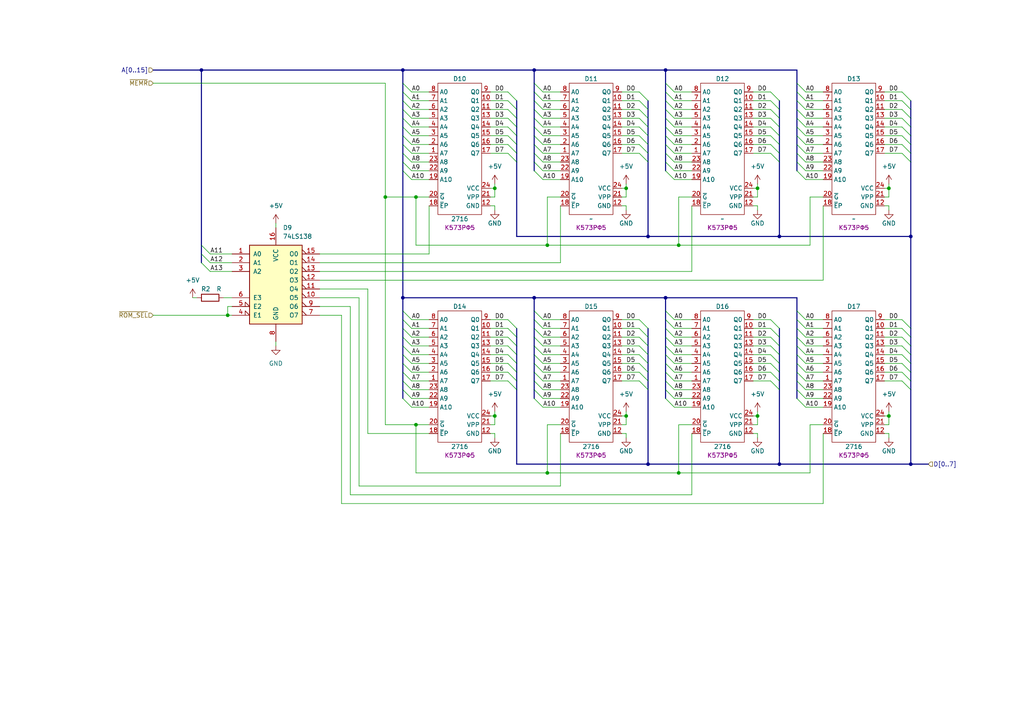
<source format=kicad_sch>
(kicad_sch (version 20211123) (generator eeschema)
  (paper "A4")
  (lib_symbols
    (symbol "74xx:74LS138" (pin_names (offset 1.016))
      (property "Reference" "U" (at -7.62 11.43 0))
      (property "Value" "74LS138" (at -7.62 -13.97 0))
      (symbol "74LS138_1_0"
        (pin input line (at -12.7 7.62 0) (length 5.08) (name "A0") (number "1"))
        (pin output output_low (at 12.7 -5.08 180) (length 5.08) (name "O5") (number "10"))
        (pin output output_low (at 12.7 -2.54 180) (length 5.08) (name "O4") (number "11"))
        (pin output output_low (at 12.7 0 180) (length 5.08) (name "O3") (number "12"))
        (pin output output_low (at 12.7 2.54 180) (length 5.08) (name "O2") (number "13"))
        (pin output output_low (at 12.7 5.08 180) (length 5.08) (name "O1") (number "14"))
        (pin output output_low (at 12.7 7.62 180) (length 5.08) (name "O0") (number "15"))
        (pin power_in line (at 0 15.24 270) (length 5.08) (name "VCC") (number "16"))
        (pin input line (at -12.7 5.08 0) (length 5.08) (name "A1") (number "2"))
        (pin input line (at -12.7 2.54 0) (length 5.08) (name "A2") (number "3"))
        (pin input input_low (at -12.7 -10.16 0) (length 5.08) (name "E1") (number "4"))
        (pin input input_low (at -12.7 -7.62 0) (length 5.08) (name "E2") (number "5"))
        (pin input line (at -12.7 -5.08 0) (length 5.08) (name "E3") (number "6"))
        (pin output output_low (at 12.7 -10.16 180) (length 5.08) (name "O7") (number "7"))
        (pin power_in line (at 0 -17.78 90) (length 5.08) (name "GND") (number "8"))
        (pin output output_low (at 12.7 -7.62 180) (length 5.08) (name "O6") (number "9"))
      )
      (symbol "74LS138_1_1"
        (rectangle (start -7.62 10.16) (end 7.62 -12.7) (stroke (width 0.254)) (fill (type background)))
      )
    )
    (symbol "Device:R" (pin_numbers hide) (pin_names (offset 0))
      (property "Reference" "R" (at 2.032 0 90))
      (property "Value" "R" (at 0 0 90))
      (symbol "R_0_1"
        (rectangle (start -1.016 -2.54) (end 1.016 2.54) (stroke (width 0.254)))
      )
      (symbol "R_1_1"
        (pin passive line (at 0 3.81 270) (length 1.27) (name "~") (number "1"))
        (pin passive line (at 0 -3.81 90) (length 1.27) (name "~") (number "2"))
      )
    )
    (symbol "intel8080:2716"
      (property "Reference" "U" (at 6.35 1.27 0))
      (property "Value" "2716" (at 6.35 -39.37 0))
      (symbol "2716_0_1"
        (rectangle (start 0 0) (end 12.7 -38.1))
      )
      (symbol "2716_1_1"
        (pin input line (at -2.54 -20.32 0) (length 2.54) (name "A7") (number "1"))
        (pin output line (at 15.24 -5.08 180) (length 2.54) (name "Q1") (number "10"))
        (pin output line (at 15.24 -7.62 180) (length 2.54) (name "Q2") (number "11"))
        (pin power_out line (at 15.24 -35.56 180) (length 2.54) (name "GND") (number "12"))
        (pin output line (at 15.24 -10.16 180) (length 2.54) (name "Q3") (number "13"))
        (pin output line (at 15.24 -12.7 180) (length 2.54) (name "Q4") (number "14"))
        (pin output line (at 15.24 -15.24 180) (length 2.54) (name "Q5") (number "15"))
        (pin output line (at 15.24 -17.78 180) (length 2.54) (name "Q6") (number "16"))
        (pin output line (at 15.24 -20.32 180) (length 2.54) (name "Q7") (number "17"))
        (pin input line (at -2.54 -35.56 0) (length 2.54) (name "~{E}P") (number "18"))
        (pin input line (at -2.54 -27.94 0) (length 2.54) (name "A10") (number "19"))
        (pin input line (at -2.54 -17.78 0) (length 2.54) (name "A6") (number "2"))
        (pin input line (at -2.54 -33.02 0) (length 2.54) (name "~{G}") (number "20"))
        (pin power_out line (at 15.24 -33.02 180) (length 2.54) (name "VPP") (number "21"))
        (pin input line (at -2.54 -25.4 0) (length 2.54) (name "A9") (number "22"))
        (pin input line (at -2.54 -22.86 0) (length 2.54) (name "A8") (number "23"))
        (pin power_out line (at 15.24 -30.48 180) (length 2.54) (name "VCC") (number "24"))
        (pin input line (at -2.54 -15.24 0) (length 2.54) (name "A5") (number "3"))
        (pin input line (at -2.54 -12.7 0) (length 2.54) (name "A4") (number "4"))
        (pin input line (at -2.54 -10.16 0) (length 2.54) (name "A3") (number "5"))
        (pin input line (at -2.54 -7.62 0) (length 2.54) (name "A2") (number "6"))
        (pin input line (at -2.54 -5.08 0) (length 2.54) (name "A1") (number "7"))
        (pin input line (at -2.54 -2.54 0) (length 2.54) (name "A0") (number "8"))
        (pin output line (at 15.24 -2.54 180) (length 2.54) (name "Q0") (number "9"))
      )
    )
    (symbol "power:+5V" (power) (pin_names (offset 0))
      (property "Value" "+5V" (at 0 3.556 0))
      (symbol "+5V_0_1"
        (polyline (pts (xy -0.762 1.27) (xy 0 2.54)))
        (polyline (pts (xy 0 0) (xy 0 2.54)))
        (polyline (pts (xy 0 2.54) (xy 0.762 1.27)))
      )
      (symbol "+5V_1_1"
        (pin power_in line (at 0 0 90) (length 0) hide (name "+5V") (number "1"))
      )
    )
    (symbol "power:GND" (power) (pin_names (offset 0))
      (property "Value" "GND" (at 0 -3.81 0))
      (symbol "GND_0_1"
        (polyline (pts (xy 0 0) (xy 0 -1.27) (xy 1.27 -1.27) (xy 0 -2.54) (xy -1.27 -1.27) (xy 0 -1.27)))
      )
      (symbol "GND_1_1"
        (pin power_in line (at 0 0 270) (length 0) hide (name "GND") (number "1"))
      )
    )
  )
  (junction (at 181.61 120.65))
  (junction (at 66.04 91.44))
  (junction (at 158.75 71.12))
  (junction (at 257.81 54.61))
  (junction (at 181.61 54.61))
  (junction (at 111.76 57.15))
  (junction (at 143.51 54.61))
  (junction (at 226.06 134.62))
  (junction (at 193.04 86.36))
  (junction (at 154.94 86.36))
  (junction (at 58.42 20.32))
  (junction (at 219.71 120.65))
  (junction (at 196.85 137.16))
  (junction (at 187.96 134.62))
  (junction (at 219.71 54.61))
  (junction (at 116.84 20.32))
  (junction (at 187.96 68.58))
  (junction (at 264.16 68.58))
  (junction (at 120.65 57.15))
  (junction (at 116.84 86.36))
  (junction (at 120.65 123.19))
  (junction (at 193.04 20.32))
  (junction (at 226.06 68.58))
  (junction (at 143.51 120.65))
  (junction (at 158.75 137.16))
  (junction (at 257.81 120.65))
  (junction (at 264.16 134.62))
  (junction (at 196.85 71.12))
  (junction (at 154.94 20.32))
  (bus_entry (at 185.42 95.25) (size 2.54 2.54))
  (bus_entry (at 116.84 97.79) (size 2.54 2.54))
  (bus_entry (at 231.14 29.21) (size 2.54 2.54))
  (bus_entry (at 193.04 95.25) (size 2.54 2.54))
  (bus_entry (at 231.14 46.99) (size 2.54 2.54))
  (bus_entry (at 193.04 49.53) (size 2.54 2.54))
  (bus_entry (at 147.32 44.45) (size 2.54 2.54))
  (bus_entry (at 147.32 41.91) (size 2.54 2.54))
  (bus_entry (at 147.32 36.83) (size 2.54 2.54))
  (bus_entry (at 147.32 34.29) (size 2.54 2.54))
  (bus_entry (at 147.32 39.37) (size 2.54 2.54))
  (bus_entry (at 147.32 29.21) (size 2.54 2.54))
  (bus_entry (at 147.32 31.75) (size 2.54 2.54))
  (bus_entry (at 147.32 26.67) (size 2.54 2.54))
  (bus_entry (at 223.52 105.41) (size 2.54 2.54))
  (bus_entry (at 231.14 95.25) (size 2.54 2.54))
  (bus_entry (at 231.14 41.91) (size 2.54 2.54))
  (bus_entry (at 231.14 44.45) (size 2.54 2.54))
  (bus_entry (at 185.42 44.45) (size 2.54 2.54))
  (bus_entry (at 116.84 31.75) (size 2.54 2.54))
  (bus_entry (at 193.04 113.03) (size 2.54 2.54))
  (bus_entry (at 261.62 39.37) (size 2.54 2.54))
  (bus_entry (at 154.94 107.95) (size 2.54 2.54))
  (bus_entry (at 223.52 92.71) (size 2.54 2.54))
  (bus_entry (at 231.14 115.57) (size 2.54 2.54))
  (bus_entry (at 116.84 44.45) (size 2.54 2.54))
  (bus_entry (at 147.32 105.41) (size 2.54 2.54))
  (bus_entry (at 147.32 100.33) (size 2.54 2.54))
  (bus_entry (at 223.52 36.83) (size 2.54 2.54))
  (bus_entry (at 231.14 24.13) (size 2.54 2.54))
  (bus_entry (at 185.42 110.49) (size 2.54 2.54))
  (bus_entry (at 223.52 26.67) (size 2.54 2.54))
  (bus_entry (at 193.04 31.75) (size 2.54 2.54))
  (bus_entry (at 154.94 24.13) (size 2.54 2.54))
  (bus_entry (at 231.14 49.53) (size 2.54 2.54))
  (bus_entry (at 116.84 113.03) (size 2.54 2.54))
  (bus_entry (at 154.94 31.75) (size 2.54 2.54))
  (bus_entry (at 116.84 102.87) (size 2.54 2.54))
  (bus_entry (at 154.94 110.49) (size 2.54 2.54))
  (bus_entry (at 231.14 92.71) (size 2.54 2.54))
  (bus_entry (at 154.94 95.25) (size 2.54 2.54))
  (bus_entry (at 261.62 97.79) (size 2.54 2.54))
  (bus_entry (at 193.04 92.71) (size 2.54 2.54))
  (bus_entry (at 154.94 113.03) (size 2.54 2.54))
  (bus_entry (at 193.04 100.33) (size 2.54 2.54))
  (bus_entry (at 223.52 102.87) (size 2.54 2.54))
  (bus_entry (at 185.42 36.83) (size 2.54 2.54))
  (bus_entry (at 223.52 44.45) (size 2.54 2.54))
  (bus_entry (at 261.62 102.87) (size 2.54 2.54))
  (bus_entry (at 231.14 113.03) (size 2.54 2.54))
  (bus_entry (at 193.04 115.57) (size 2.54 2.54))
  (bus_entry (at 193.04 90.17) (size 2.54 2.54))
  (bus_entry (at 116.84 115.57) (size 2.54 2.54))
  (bus_entry (at 154.94 29.21) (size 2.54 2.54))
  (bus_entry (at 223.52 39.37) (size 2.54 2.54))
  (bus_entry (at 193.04 41.91) (size 2.54 2.54))
  (bus_entry (at 154.94 115.57) (size 2.54 2.54))
  (bus_entry (at 154.94 36.83) (size 2.54 2.54))
  (bus_entry (at 116.84 46.99) (size 2.54 2.54))
  (bus_entry (at 193.04 44.45) (size 2.54 2.54))
  (bus_entry (at 193.04 26.67) (size 2.54 2.54))
  (bus_entry (at 231.14 31.75) (size 2.54 2.54))
  (bus_entry (at 185.42 107.95) (size 2.54 2.54))
  (bus_entry (at 261.62 100.33) (size 2.54 2.54))
  (bus_entry (at 116.84 26.67) (size 2.54 2.54))
  (bus_entry (at 193.04 105.41) (size 2.54 2.54))
  (bus_entry (at 154.94 105.41) (size 2.54 2.54))
  (bus_entry (at 223.52 107.95) (size 2.54 2.54))
  (bus_entry (at 116.84 90.17) (size 2.54 2.54))
  (bus_entry (at 185.42 92.71) (size 2.54 2.54))
  (bus_entry (at 185.42 97.79) (size 2.54 2.54))
  (bus_entry (at 261.62 26.67) (size 2.54 2.54))
  (bus_entry (at 154.94 97.79) (size 2.54 2.54))
  (bus_entry (at 261.62 29.21) (size 2.54 2.54))
  (bus_entry (at 154.94 90.17) (size 2.54 2.54))
  (bus_entry (at 231.14 107.95) (size 2.54 2.54))
  (bus_entry (at 231.14 102.87) (size 2.54 2.54))
  (bus_entry (at 154.94 49.53) (size 2.54 2.54))
  (bus_entry (at 116.84 110.49) (size 2.54 2.54))
  (bus_entry (at 154.94 41.91) (size 2.54 2.54))
  (bus_entry (at 231.14 110.49) (size 2.54 2.54))
  (bus_entry (at 261.62 36.83) (size 2.54 2.54))
  (bus_entry (at 116.84 49.53) (size 2.54 2.54))
  (bus_entry (at 193.04 34.29) (size 2.54 2.54))
  (bus_entry (at 147.32 92.71) (size 2.54 2.54))
  (bus_entry (at 261.62 95.25) (size 2.54 2.54))
  (bus_entry (at 231.14 39.37) (size 2.54 2.54))
  (bus_entry (at 231.14 90.17) (size 2.54 2.54))
  (bus_entry (at 223.52 95.25) (size 2.54 2.54))
  (bus_entry (at 116.84 107.95) (size 2.54 2.54))
  (bus_entry (at 261.62 105.41) (size 2.54 2.54))
  (bus_entry (at 116.84 39.37) (size 2.54 2.54))
  (bus_entry (at 185.42 39.37) (size 2.54 2.54))
  (bus_entry (at 231.14 36.83) (size 2.54 2.54))
  (bus_entry (at 231.14 97.79) (size 2.54 2.54))
  (bus_entry (at 261.62 92.71) (size 2.54 2.54))
  (bus_entry (at 116.84 92.71) (size 2.54 2.54))
  (bus_entry (at 116.84 36.83) (size 2.54 2.54))
  (bus_entry (at 185.42 29.21) (size 2.54 2.54))
  (bus_entry (at 193.04 107.95) (size 2.54 2.54))
  (bus_entry (at 116.84 41.91) (size 2.54 2.54))
  (bus_entry (at 185.42 41.91) (size 2.54 2.54))
  (bus_entry (at 193.04 39.37) (size 2.54 2.54))
  (bus_entry (at 116.84 100.33) (size 2.54 2.54))
  (bus_entry (at 261.62 31.75) (size 2.54 2.54))
  (bus_entry (at 223.52 100.33) (size 2.54 2.54))
  (bus_entry (at 231.14 26.67) (size 2.54 2.54))
  (bus_entry (at 261.62 34.29) (size 2.54 2.54))
  (bus_entry (at 154.94 102.87) (size 2.54 2.54))
  (bus_entry (at 147.32 102.87) (size 2.54 2.54))
  (bus_entry (at 193.04 110.49) (size 2.54 2.54))
  (bus_entry (at 223.52 29.21) (size 2.54 2.54))
  (bus_entry (at 223.52 41.91) (size 2.54 2.54))
  (bus_entry (at 147.32 97.79) (size 2.54 2.54))
  (bus_entry (at 193.04 36.83) (size 2.54 2.54))
  (bus_entry (at 116.84 29.21) (size 2.54 2.54))
  (bus_entry (at 154.94 46.99) (size 2.54 2.54))
  (bus_entry (at 231.14 100.33) (size 2.54 2.54))
  (bus_entry (at 116.84 95.25) (size 2.54 2.54))
  (bus_entry (at 185.42 31.75) (size 2.54 2.54))
  (bus_entry (at 231.14 34.29) (size 2.54 2.54))
  (bus_entry (at 193.04 29.21) (size 2.54 2.54))
  (bus_entry (at 185.42 102.87) (size 2.54 2.54))
  (bus_entry (at 193.04 97.79) (size 2.54 2.54))
  (bus_entry (at 154.94 100.33) (size 2.54 2.54))
  (bus_entry (at 193.04 24.13) (size 2.54 2.54))
  (bus_entry (at 116.84 105.41) (size 2.54 2.54))
  (bus_entry (at 193.04 46.99) (size 2.54 2.54))
  (bus_entry (at 147.32 95.25) (size 2.54 2.54))
  (bus_entry (at 116.84 24.13) (size 2.54 2.54))
  (bus_entry (at 261.62 41.91) (size 2.54 2.54))
  (bus_entry (at 185.42 100.33) (size 2.54 2.54))
  (bus_entry (at 223.52 31.75) (size 2.54 2.54))
  (bus_entry (at 185.42 105.41) (size 2.54 2.54))
  (bus_entry (at 261.62 107.95) (size 2.54 2.54))
  (bus_entry (at 193.04 102.87) (size 2.54 2.54))
  (bus_entry (at 231.14 105.41) (size 2.54 2.54))
  (bus_entry (at 154.94 34.29) (size 2.54 2.54))
  (bus_entry (at 147.32 110.49) (size 2.54 2.54))
  (bus_entry (at 154.94 44.45) (size 2.54 2.54))
  (bus_entry (at 223.52 34.29) (size 2.54 2.54))
  (bus_entry (at 147.32 107.95) (size 2.54 2.54))
  (bus_entry (at 185.42 34.29) (size 2.54 2.54))
  (bus_entry (at 58.42 73.66) (size 2.54 2.54))
  (bus_entry (at 58.42 76.2) (size 2.54 2.54))
  (bus_entry (at 58.42 71.12) (size 2.54 2.54))
  (bus_entry (at 116.84 34.29) (size 2.54 2.54))
  (bus_entry (at 154.94 39.37) (size 2.54 2.54))
  (bus_entry (at 223.52 97.79) (size 2.54 2.54))
  (bus_entry (at 223.52 110.49) (size 2.54 2.54))
  (bus_entry (at 154.94 26.67) (size 2.54 2.54))
  (bus_entry (at 185.42 26.67) (size 2.54 2.54))
  (bus_entry (at 261.62 110.49) (size 2.54 2.54))
  (bus_entry (at 261.62 44.45) (size 2.54 2.54))
  (bus_entry (at 154.94 92.71) (size 2.54 2.54))
  (wire (pts (xy 119.38 97.79) (xy 124.46 97.79)))
  (bus (pts (xy 193.04 36.83) (xy 193.04 39.37)))
  (bus (pts (xy 187.96 29.21) (xy 187.96 31.75)))
  (wire (pts (xy 195.58 113.03) (xy 200.66 113.03)))
  (bus (pts (xy 154.94 20.32) (xy 154.94 24.13)))
  (wire (pts (xy 181.61 57.15) (xy 181.61 54.61)))
  (bus (pts (xy 149.86 36.83) (xy 149.86 39.37)))
  (wire (pts (xy 60.96 76.2) (xy 67.31 76.2)))
  (bus (pts (xy 264.16 102.87) (xy 264.16 105.41)))
  (bus (pts (xy 226.06 113.03) (xy 226.06 134.62)))
  (wire (pts (xy 157.48 26.67) (xy 162.56 26.67)))
  (bus (pts (xy 44.45 20.32) (xy 58.42 20.32)))
  (wire (pts (xy 234.95 57.15) (xy 234.95 71.12)))
  (wire (pts (xy 157.48 39.37) (xy 162.56 39.37)))
  (wire (pts (xy 218.44 95.25) (xy 223.52 95.25)))
  (bus (pts (xy 193.04 102.87) (xy 193.04 105.41)))
  (wire (pts (xy 157.48 31.75) (xy 162.56 31.75)))
  (wire (pts (xy 180.34 41.91) (xy 185.42 41.91)))
  (wire (pts (xy 218.44 57.15) (xy 219.71 57.15)))
  (wire (pts (xy 60.96 73.66) (xy 67.31 73.66)))
  (bus (pts (xy 116.84 86.36) (xy 116.84 90.17)))
  (bus (pts (xy 193.04 20.32) (xy 231.14 20.32)))
  (bus (pts (xy 116.84 36.83) (xy 116.84 39.37)))
  (wire (pts (xy 180.34 34.29) (xy 185.42 34.29)))
  (bus (pts (xy 116.84 110.49) (xy 116.84 113.03)))
  (wire (pts (xy 233.68 31.75) (xy 238.76 31.75)))
  (wire (pts (xy 157.48 105.41) (xy 162.56 105.41)))
  (bus (pts (xy 187.96 107.95) (xy 187.96 110.49)))
  (bus (pts (xy 154.94 102.87) (xy 154.94 105.41)))
  (bus (pts (xy 226.06 31.75) (xy 226.06 34.29)))
  (bus (pts (xy 187.96 102.87) (xy 187.96 105.41)))
  (wire (pts (xy 218.44 123.19) (xy 219.71 123.19)))
  (bus (pts (xy 193.04 41.91) (xy 193.04 44.45)))
  (wire (pts (xy 257.81 54.61) (xy 257.81 53.34)))
  (wire (pts (xy 200.66 125.73) (xy 200.66 143.51)))
  (wire (pts (xy 162.56 57.15) (xy 158.75 57.15)))
  (wire (pts (xy 180.34 57.15) (xy 181.61 57.15)))
  (bus (pts (xy 193.04 97.79) (xy 193.04 100.33)))
  (wire (pts (xy 233.68 107.95) (xy 238.76 107.95)))
  (wire (pts (xy 142.24 39.37) (xy 147.32 39.37)))
  (bus (pts (xy 193.04 90.17) (xy 193.04 92.71)))
  (wire (pts (xy 195.58 46.99) (xy 200.66 46.99)))
  (bus (pts (xy 187.96 100.33) (xy 187.96 102.87)))
  (wire (pts (xy 195.58 92.71) (xy 200.66 92.71)))
  (bus (pts (xy 231.14 20.32) (xy 231.14 24.13)))
  (wire (pts (xy 256.54 120.65) (xy 257.81 120.65)))
  (wire (pts (xy 195.58 26.67) (xy 200.66 26.67)))
  (wire (pts (xy 257.81 120.65) (xy 257.81 119.38)))
  (bus (pts (xy 187.96 97.79) (xy 187.96 100.33)))
  (bus (pts (xy 116.84 29.21) (xy 116.84 31.75)))
  (wire (pts (xy 180.34 31.75) (xy 185.42 31.75)))
  (wire (pts (xy 257.81 123.19) (xy 257.81 120.65)))
  (bus (pts (xy 226.06 41.91) (xy 226.06 44.45)))
  (wire (pts (xy 157.48 41.91) (xy 162.56 41.91)))
  (bus (pts (xy 149.86 39.37) (xy 149.86 41.91)))
  (wire (pts (xy 120.65 57.15) (xy 124.46 57.15)))
  (bus (pts (xy 149.86 95.25) (xy 149.86 97.79)))
  (bus (pts (xy 116.84 24.13) (xy 116.84 26.67)))
  (wire (pts (xy 233.68 34.29) (xy 238.76 34.29)))
  (bus (pts (xy 193.04 113.03) (xy 193.04 115.57)))
  (wire (pts (xy 180.34 120.65) (xy 181.61 120.65)))
  (wire (pts (xy 143.51 59.69) (xy 142.24 59.69)))
  (bus (pts (xy 154.94 110.49) (xy 154.94 113.03)))
  (wire (pts (xy 218.44 36.83) (xy 223.52 36.83)))
  (bus (pts (xy 149.86 44.45) (xy 149.86 46.99)))
  (bus (pts (xy 226.06 110.49) (xy 226.06 113.03)))
  (wire (pts (xy 157.48 49.53) (xy 162.56 49.53)))
  (bus (pts (xy 149.86 34.29) (xy 149.86 36.83)))
  (bus (pts (xy 187.96 41.91) (xy 187.96 44.45)))
  (wire (pts (xy 142.24 44.45) (xy 147.32 44.45)))
  (wire (pts (xy 200.66 57.15) (xy 196.85 57.15)))
  (bus (pts (xy 149.86 134.62) (xy 187.96 134.62)))
  (wire (pts (xy 142.24 105.41) (xy 147.32 105.41)))
  (bus (pts (xy 231.14 31.75) (xy 231.14 34.29)))
  (bus (pts (xy 116.84 113.03) (xy 116.84 115.57)))
  (wire (pts (xy 218.44 26.67) (xy 223.52 26.67)))
  (wire (pts (xy 233.68 95.25) (xy 238.76 95.25)))
  (bus (pts (xy 231.14 34.29) (xy 231.14 36.83)))
  (bus (pts (xy 116.84 31.75) (xy 116.84 34.29)))
  (wire (pts (xy 142.24 36.83) (xy 147.32 36.83)))
  (wire (pts (xy 143.51 125.73) (xy 142.24 125.73)))
  (bus (pts (xy 264.16 113.03) (xy 264.16 134.62)))
  (bus (pts (xy 116.84 92.71) (xy 116.84 95.25)))
  (wire (pts (xy 157.48 44.45) (xy 162.56 44.45)))
  (bus (pts (xy 149.86 113.03) (xy 149.86 134.62)))
  (bus (pts (xy 149.86 31.75) (xy 149.86 34.29)))
  (wire (pts (xy 142.24 54.61) (xy 143.51 54.61)))
  (wire (pts (xy 92.71 78.74) (xy 200.66 78.74)))
  (bus (pts (xy 193.04 29.21) (xy 193.04 31.75)))
  (bus (pts (xy 187.96 36.83) (xy 187.96 39.37)))
  (bus (pts (xy 226.06 34.29) (xy 226.06 36.83)))
  (wire (pts (xy 180.34 95.25) (xy 185.42 95.25)))
  (wire (pts (xy 238.76 123.19) (xy 234.95 123.19)))
  (wire (pts (xy 92.71 83.82) (xy 106.68 83.82)))
  (bus (pts (xy 154.94 36.83) (xy 154.94 39.37)))
  (bus (pts (xy 149.86 105.41) (xy 149.86 107.95)))
  (wire (pts (xy 180.34 29.21) (xy 185.42 29.21)))
  (bus (pts (xy 193.04 110.49) (xy 193.04 113.03)))
  (wire (pts (xy 142.24 97.79) (xy 147.32 97.79)))
  (bus (pts (xy 231.14 44.45) (xy 231.14 46.99)))
  (wire (pts (xy 143.51 120.65) (xy 143.51 119.38)))
  (bus (pts (xy 231.14 46.99) (xy 231.14 49.53)))
  (wire (pts (xy 142.24 100.33) (xy 147.32 100.33)))
  (wire (pts (xy 181.61 127) (xy 181.61 125.73)))
  (bus (pts (xy 264.16 36.83) (xy 264.16 39.37)))
  (bus (pts (xy 264.16 29.21) (xy 264.16 31.75)))
  (bus (pts (xy 231.14 26.67) (xy 231.14 29.21)))
  (wire (pts (xy 256.54 100.33) (xy 261.62 100.33)))
  (wire (pts (xy 180.34 105.41) (xy 185.42 105.41)))
  (bus (pts (xy 231.14 41.91) (xy 231.14 44.45)))
  (wire (pts (xy 158.75 71.12) (xy 196.85 71.12)))
  (wire (pts (xy 66.04 91.44) (xy 67.31 91.44)))
  (wire (pts (xy 120.65 71.12) (xy 158.75 71.12)))
  (wire (pts (xy 119.38 115.57) (xy 124.46 115.57)))
  (wire (pts (xy 142.24 120.65) (xy 143.51 120.65)))
  (wire (pts (xy 142.24 123.19) (xy 143.51 123.19)))
  (wire (pts (xy 181.61 125.73) (xy 180.34 125.73)))
  (bus (pts (xy 187.96 68.58) (xy 226.06 68.58)))
  (wire (pts (xy 119.38 92.71) (xy 124.46 92.71)))
  (wire (pts (xy 219.71 57.15) (xy 219.71 54.61)))
  (bus (pts (xy 193.04 26.67) (xy 193.04 29.21)))
  (wire (pts (xy 218.44 110.49) (xy 223.52 110.49)))
  (bus (pts (xy 193.04 95.25) (xy 193.04 97.79)))
  (bus (pts (xy 58.42 71.12) (xy 58.42 73.66)))
  (wire (pts (xy 195.58 95.25) (xy 200.66 95.25)))
  (bus (pts (xy 231.14 107.95) (xy 231.14 110.49)))
  (wire (pts (xy 119.38 102.87) (xy 124.46 102.87)))
  (bus (pts (xy 187.96 46.99) (xy 187.96 68.58)))
  (wire (pts (xy 218.44 54.61) (xy 219.71 54.61)))
  (bus (pts (xy 149.86 100.33) (xy 149.86 102.87)))
  (wire (pts (xy 256.54 36.83) (xy 261.62 36.83)))
  (wire (pts (xy 195.58 36.83) (xy 200.66 36.83)))
  (wire (pts (xy 119.38 36.83) (xy 124.46 36.83)))
  (wire (pts (xy 162.56 140.97) (xy 104.14 140.97)))
  (bus (pts (xy 193.04 24.13) (xy 193.04 26.67)))
  (wire (pts (xy 257.81 60.96) (xy 257.81 59.69)))
  (wire (pts (xy 143.51 60.96) (xy 143.51 59.69)))
  (wire (pts (xy 119.38 95.25) (xy 124.46 95.25)))
  (bus (pts (xy 231.14 86.36) (xy 231.14 90.17)))
  (wire (pts (xy 119.38 118.11) (xy 124.46 118.11)))
  (bus (pts (xy 193.04 34.29) (xy 193.04 36.83)))
  (wire (pts (xy 180.34 107.95) (xy 185.42 107.95)))
  (wire (pts (xy 60.96 78.74) (xy 67.31 78.74)))
  (wire (pts (xy 233.68 39.37) (xy 238.76 39.37)))
  (bus (pts (xy 149.86 46.99) (xy 149.86 68.58)))
  (wire (pts (xy 195.58 39.37) (xy 200.66 39.37)))
  (wire (pts (xy 195.58 100.33) (xy 200.66 100.33)))
  (bus (pts (xy 231.14 100.33) (xy 231.14 102.87)))
  (bus (pts (xy 226.06 36.83) (xy 226.06 39.37)))
  (wire (pts (xy 233.68 29.21) (xy 238.76 29.21)))
  (wire (pts (xy 233.68 115.57) (xy 238.76 115.57)))
  (bus (pts (xy 226.06 100.33) (xy 226.06 102.87)))
  (bus (pts (xy 154.94 31.75) (xy 154.94 34.29)))
  (bus (pts (xy 264.16 41.91) (xy 264.16 44.45)))
  (wire (pts (xy 157.48 95.25) (xy 162.56 95.25)))
  (wire (pts (xy 195.58 49.53) (xy 200.66 49.53)))
  (bus (pts (xy 264.16 97.79) (xy 264.16 100.33)))
  (wire (pts (xy 106.68 125.73) (xy 124.46 125.73)))
  (wire (pts (xy 142.24 57.15) (xy 143.51 57.15)))
  (wire (pts (xy 99.06 91.44) (xy 92.71 91.44)))
  (wire (pts (xy 44.45 91.44) (xy 66.04 91.44)))
  (bus (pts (xy 264.16 34.29) (xy 264.16 36.83)))
  (wire (pts (xy 233.68 100.33) (xy 238.76 100.33)))
  (wire (pts (xy 181.61 54.61) (xy 181.61 53.34)))
  (bus (pts (xy 149.86 41.91) (xy 149.86 44.45)))
  (wire (pts (xy 218.44 120.65) (xy 219.71 120.65)))
  (wire (pts (xy 180.34 110.49) (xy 185.42 110.49)))
  (wire (pts (xy 106.68 83.82) (xy 106.68 125.73)))
  (bus (pts (xy 116.84 44.45) (xy 116.84 46.99)))
  (bus (pts (xy 264.16 68.58) (xy 264.16 95.25)))
  (wire (pts (xy 120.65 137.16) (xy 158.75 137.16)))
  (wire (pts (xy 92.71 73.66) (xy 124.46 73.66)))
  (wire (pts (xy 180.34 54.61) (xy 181.61 54.61)))
  (bus (pts (xy 193.04 20.32) (xy 193.04 24.13)))
  (wire (pts (xy 142.24 102.87) (xy 147.32 102.87)))
  (wire (pts (xy 256.54 39.37) (xy 261.62 39.37)))
  (wire (pts (xy 195.58 31.75) (xy 200.66 31.75)))
  (bus (pts (xy 264.16 110.49) (xy 264.16 113.03)))
  (wire (pts (xy 119.38 34.29) (xy 124.46 34.29)))
  (bus (pts (xy 231.14 102.87) (xy 231.14 105.41)))
  (bus (pts (xy 116.84 46.99) (xy 116.84 49.53)))
  (wire (pts (xy 157.48 52.07) (xy 162.56 52.07)))
  (wire (pts (xy 124.46 73.66) (xy 124.46 59.69)))
  (wire (pts (xy 196.85 57.15) (xy 196.85 71.12)))
  (wire (pts (xy 238.76 146.05) (xy 99.06 146.05)))
  (bus (pts (xy 116.84 39.37) (xy 116.84 41.91)))
  (wire (pts (xy 233.68 49.53) (xy 238.76 49.53)))
  (wire (pts (xy 256.54 54.61) (xy 257.81 54.61)))
  (wire (pts (xy 157.48 29.21) (xy 162.56 29.21)))
  (wire (pts (xy 195.58 107.95) (xy 200.66 107.95)))
  (wire (pts (xy 256.54 92.71) (xy 261.62 92.71)))
  (wire (pts (xy 195.58 34.29) (xy 200.66 34.29)))
  (wire (pts (xy 233.68 105.41) (xy 238.76 105.41)))
  (bus (pts (xy 226.06 29.21) (xy 226.06 31.75)))
  (wire (pts (xy 180.34 39.37) (xy 185.42 39.37)))
  (bus (pts (xy 193.04 39.37) (xy 193.04 41.91)))
  (wire (pts (xy 195.58 102.87) (xy 200.66 102.87)))
  (bus (pts (xy 149.86 97.79) (xy 149.86 100.33)))
  (bus (pts (xy 116.84 95.25) (xy 116.84 97.79)))
  (bus (pts (xy 231.14 36.83) (xy 231.14 39.37)))
  (wire (pts (xy 218.44 97.79) (xy 223.52 97.79)))
  (wire (pts (xy 219.71 127) (xy 219.71 125.73)))
  (bus (pts (xy 58.42 20.32) (xy 58.42 71.12)))
  (wire (pts (xy 157.48 113.03) (xy 162.56 113.03)))
  (wire (pts (xy 219.71 59.69) (xy 218.44 59.69)))
  (wire (pts (xy 233.68 46.99) (xy 238.76 46.99)))
  (wire (pts (xy 119.38 110.49) (xy 124.46 110.49)))
  (bus (pts (xy 193.04 86.36) (xy 231.14 86.36)))
  (wire (pts (xy 92.71 81.28) (xy 238.76 81.28)))
  (wire (pts (xy 195.58 41.91) (xy 200.66 41.91)))
  (bus (pts (xy 264.16 95.25) (xy 264.16 97.79)))
  (wire (pts (xy 120.65 123.19) (xy 111.76 123.19)))
  (bus (pts (xy 226.06 97.79) (xy 226.06 100.33)))
  (wire (pts (xy 180.34 44.45) (xy 185.42 44.45)))
  (wire (pts (xy 238.76 125.73) (xy 238.76 146.05)))
  (wire (pts (xy 157.48 100.33) (xy 162.56 100.33)))
  (wire (pts (xy 111.76 57.15) (xy 120.65 57.15)))
  (wire (pts (xy 158.75 137.16) (xy 158.75 123.19)))
  (wire (pts (xy 80.01 99.06) (xy 80.01 100.33)))
  (wire (pts (xy 218.44 107.95) (xy 223.52 107.95)))
  (bus (pts (xy 226.06 102.87) (xy 226.06 105.41)))
  (bus (pts (xy 231.14 97.79) (xy 231.14 100.33)))
  (wire (pts (xy 143.51 127) (xy 143.51 125.73)))
  (bus (pts (xy 154.94 86.36) (xy 154.94 90.17)))
  (wire (pts (xy 119.38 39.37) (xy 124.46 39.37)))
  (bus (pts (xy 154.94 95.25) (xy 154.94 97.79)))
  (bus (pts (xy 154.94 100.33) (xy 154.94 102.87)))
  (bus (pts (xy 193.04 44.45) (xy 193.04 46.99)))
  (bus (pts (xy 264.16 107.95) (xy 264.16 110.49)))
  (bus (pts (xy 187.96 113.03) (xy 187.96 134.62)))
  (wire (pts (xy 196.85 123.19) (xy 200.66 123.19)))
  (wire (pts (xy 257.81 59.69) (xy 256.54 59.69)))
  (bus (pts (xy 231.14 39.37) (xy 231.14 41.91)))
  (wire (pts (xy 80.01 64.77) (xy 80.01 66.04)))
  (wire (pts (xy 142.24 92.71) (xy 147.32 92.71)))
  (wire (pts (xy 120.65 57.15) (xy 120.65 71.12)))
  (wire (pts (xy 218.44 100.33) (xy 223.52 100.33)))
  (wire (pts (xy 234.95 123.19) (xy 234.95 137.16)))
  (wire (pts (xy 111.76 57.15) (xy 111.76 123.19)))
  (wire (pts (xy 196.85 71.12) (xy 234.95 71.12)))
  (bus (pts (xy 116.84 86.36) (xy 116.84 49.53)))
  (wire (pts (xy 119.38 31.75) (xy 124.46 31.75)))
  (wire (pts (xy 66.04 88.9) (xy 66.04 91.44)))
  (bus (pts (xy 154.94 107.95) (xy 154.94 110.49)))
  (bus (pts (xy 187.96 39.37) (xy 187.96 41.91)))
  (wire (pts (xy 195.58 44.45) (xy 200.66 44.45)))
  (bus (pts (xy 264.16 105.41) (xy 264.16 107.95)))
  (wire (pts (xy 195.58 97.79) (xy 200.66 97.79)))
  (wire (pts (xy 180.34 123.19) (xy 181.61 123.19)))
  (bus (pts (xy 231.14 24.13) (xy 231.14 26.67)))
  (bus (pts (xy 154.94 20.32) (xy 193.04 20.32)))
  (wire (pts (xy 157.48 102.87) (xy 162.56 102.87)))
  (wire (pts (xy 181.61 123.19) (xy 181.61 120.65)))
  (bus (pts (xy 231.14 95.25) (xy 231.14 97.79)))
  (bus (pts (xy 187.96 44.45) (xy 187.96 46.99)))
  (bus (pts (xy 231.14 105.41) (xy 231.14 107.95)))
  (bus (pts (xy 231.14 90.17) (xy 231.14 92.71)))
  (wire (pts (xy 219.71 125.73) (xy 218.44 125.73)))
  (wire (pts (xy 196.85 137.16) (xy 196.85 123.19)))
  (wire (pts (xy 157.48 115.57) (xy 162.56 115.57)))
  (bus (pts (xy 154.94 39.37) (xy 154.94 41.91)))
  (wire (pts (xy 55.88 86.36) (xy 57.15 86.36)))
  (bus (pts (xy 264.16 46.99) (xy 264.16 68.58)))
  (wire (pts (xy 142.24 107.95) (xy 147.32 107.95)))
  (wire (pts (xy 200.66 78.74) (xy 200.66 59.69)))
  (wire (pts (xy 233.68 44.45) (xy 238.76 44.45)))
  (wire (pts (xy 142.24 26.67) (xy 147.32 26.67)))
  (wire (pts (xy 195.58 52.07) (xy 200.66 52.07)))
  (wire (pts (xy 256.54 102.87) (xy 261.62 102.87)))
  (wire (pts (xy 219.71 54.61) (xy 219.71 53.34)))
  (wire (pts (xy 180.34 92.71) (xy 185.42 92.71)))
  (bus (pts (xy 226.06 44.45) (xy 226.06 46.99)))
  (wire (pts (xy 180.34 100.33) (xy 185.42 100.33)))
  (bus (pts (xy 264.16 31.75) (xy 264.16 34.29)))
  (wire (pts (xy 219.71 60.96) (xy 219.71 59.69)))
  (wire (pts (xy 181.61 59.69) (xy 180.34 59.69)))
  (bus (pts (xy 226.06 107.95) (xy 226.06 110.49)))
  (bus (pts (xy 154.94 105.41) (xy 154.94 107.95)))
  (wire (pts (xy 157.48 36.83) (xy 162.56 36.83)))
  (bus (pts (xy 149.86 110.49) (xy 149.86 113.03)))
  (wire (pts (xy 119.38 100.33) (xy 124.46 100.33)))
  (wire (pts (xy 180.34 36.83) (xy 185.42 36.83)))
  (bus (pts (xy 116.84 107.95) (xy 116.84 110.49)))
  (wire (pts (xy 256.54 107.95) (xy 261.62 107.95)))
  (wire (pts (xy 158.75 123.19) (xy 162.56 123.19)))
  (wire (pts (xy 256.54 97.79) (xy 261.62 97.79)))
  (wire (pts (xy 180.34 97.79) (xy 185.42 97.79)))
  (wire (pts (xy 181.61 60.96) (xy 181.61 59.69)))
  (wire (pts (xy 119.38 26.67) (xy 124.46 26.67)))
  (bus (pts (xy 193.04 31.75) (xy 193.04 34.29)))
  (wire (pts (xy 120.65 137.16) (xy 120.65 123.19)))
  (bus (pts (xy 154.94 46.99) (xy 154.94 49.53)))
  (wire (pts (xy 195.58 29.21) (xy 200.66 29.21)))
  (wire (pts (xy 119.38 113.03) (xy 124.46 113.03)))
  (wire (pts (xy 256.54 31.75) (xy 261.62 31.75)))
  (bus (pts (xy 187.96 110.49) (xy 187.96 113.03)))
  (wire (pts (xy 233.68 97.79) (xy 238.76 97.79)))
  (wire (pts (xy 219.71 120.65) (xy 219.71 119.38)))
  (wire (pts (xy 233.68 102.87) (xy 238.76 102.87)))
  (bus (pts (xy 193.04 46.99) (xy 193.04 49.53)))
  (bus (pts (xy 154.94 113.03) (xy 154.94 115.57)))
  (bus (pts (xy 193.04 100.33) (xy 193.04 102.87)))
  (wire (pts (xy 104.14 140.97) (xy 104.14 86.36)))
  (wire (pts (xy 119.38 29.21) (xy 124.46 29.21)))
  (bus (pts (xy 187.96 34.29) (xy 187.96 36.83)))
  (bus (pts (xy 116.84 102.87) (xy 116.84 105.41)))
  (wire (pts (xy 195.58 115.57) (xy 200.66 115.57)))
  (wire (pts (xy 218.44 39.37) (xy 223.52 39.37)))
  (bus (pts (xy 154.94 26.67) (xy 154.94 29.21)))
  (wire (pts (xy 256.54 57.15) (xy 257.81 57.15)))
  (wire (pts (xy 157.48 110.49) (xy 162.56 110.49)))
  (bus (pts (xy 193.04 105.41) (xy 193.04 107.95)))
  (wire (pts (xy 256.54 105.41) (xy 261.62 105.41)))
  (wire (pts (xy 218.44 102.87) (xy 223.52 102.87)))
  (bus (pts (xy 149.86 107.95) (xy 149.86 110.49)))
  (bus (pts (xy 116.84 20.32) (xy 154.94 20.32)))
  (wire (pts (xy 157.48 92.71) (xy 162.56 92.71)))
  (wire (pts (xy 233.68 26.67) (xy 238.76 26.67)))
  (bus (pts (xy 226.06 68.58) (xy 264.16 68.58)))
  (wire (pts (xy 143.51 123.19) (xy 143.51 120.65)))
  (wire (pts (xy 157.48 46.99) (xy 162.56 46.99)))
  (wire (pts (xy 119.38 107.95) (xy 124.46 107.95)))
  (bus (pts (xy 58.42 20.32) (xy 116.84 20.32)))
  (wire (pts (xy 101.6 88.9) (xy 92.71 88.9)))
  (bus (pts (xy 116.84 41.91) (xy 116.84 44.45)))
  (bus (pts (xy 226.06 39.37) (xy 226.06 41.91)))
  (bus (pts (xy 187.96 95.25) (xy 187.96 97.79)))
  (bus (pts (xy 116.84 90.17) (xy 116.84 92.71)))
  (bus (pts (xy 116.84 105.41) (xy 116.84 107.95)))
  (wire (pts (xy 218.44 31.75) (xy 223.52 31.75)))
  (wire (pts (xy 119.38 49.53) (xy 124.46 49.53)))
  (wire (pts (xy 218.44 44.45) (xy 223.52 44.45)))
  (wire (pts (xy 119.38 52.07) (xy 124.46 52.07)))
  (wire (pts (xy 238.76 57.15) (xy 234.95 57.15)))
  (wire (pts (xy 162.56 125.73) (xy 162.56 140.97)))
  (bus (pts (xy 154.94 90.17) (xy 154.94 92.71)))
  (bus (pts (xy 149.86 29.21) (xy 149.86 31.75)))
  (bus (pts (xy 154.94 44.45) (xy 154.94 46.99)))
  (wire (pts (xy 157.48 118.11) (xy 162.56 118.11)))
  (wire (pts (xy 195.58 110.49) (xy 200.66 110.49)))
  (wire (pts (xy 99.06 146.05) (xy 99.06 91.44)))
  (wire (pts (xy 233.68 36.83) (xy 238.76 36.83)))
  (bus (pts (xy 264.16 39.37) (xy 264.16 41.91)))
  (bus (pts (xy 116.84 20.32) (xy 116.84 24.13)))
  (wire (pts (xy 157.48 107.95) (xy 162.56 107.95)))
  (bus (pts (xy 187.96 105.41) (xy 187.96 107.95)))
  (bus (pts (xy 226.06 105.41) (xy 226.06 107.95)))
  (bus (pts (xy 226.06 134.62) (xy 264.16 134.62)))
  (bus (pts (xy 154.94 92.71) (xy 154.94 95.25)))
  (bus (pts (xy 154.94 24.13) (xy 154.94 26.67)))
  (wire (pts (xy 218.44 34.29) (xy 223.52 34.29)))
  (bus (pts (xy 187.96 31.75) (xy 187.96 34.29)))
  (wire (pts (xy 120.65 123.19) (xy 124.46 123.19)))
  (bus (pts (xy 187.96 134.62) (xy 226.06 134.62)))
  (wire (pts (xy 257.81 125.73) (xy 256.54 125.73)))
  (bus (pts (xy 231.14 110.49) (xy 231.14 113.03)))
  (wire (pts (xy 142.24 41.91) (xy 147.32 41.91)))
  (wire (pts (xy 196.85 137.16) (xy 234.95 137.16)))
  (bus (pts (xy 58.42 73.66) (xy 58.42 76.2)))
  (wire (pts (xy 218.44 29.21) (xy 223.52 29.21)))
  (wire (pts (xy 256.54 44.45) (xy 261.62 44.45)))
  (wire (pts (xy 256.54 110.49) (xy 261.62 110.49)))
  (wire (pts (xy 256.54 95.25) (xy 261.62 95.25)))
  (wire (pts (xy 142.24 110.49) (xy 147.32 110.49)))
  (wire (pts (xy 180.34 26.67) (xy 185.42 26.67)))
  (wire (pts (xy 233.68 113.03) (xy 238.76 113.03)))
  (bus (pts (xy 116.84 34.29) (xy 116.84 36.83)))
  (bus (pts (xy 264.16 134.62) (xy 269.24 134.62)))
  (bus (pts (xy 264.16 44.45) (xy 264.16 46.99)))
  (wire (pts (xy 157.48 34.29) (xy 162.56 34.29)))
  (wire (pts (xy 218.44 92.71) (xy 223.52 92.71)))
  (wire (pts (xy 233.68 41.91) (xy 238.76 41.91)))
  (wire (pts (xy 143.51 54.61) (xy 143.51 53.34)))
  (wire (pts (xy 233.68 52.07) (xy 238.76 52.07)))
  (bus (pts (xy 231.14 113.03) (xy 231.14 115.57)))
  (bus (pts (xy 231.14 92.71) (xy 231.14 95.25)))
  (wire (pts (xy 233.68 92.71) (xy 238.76 92.71)))
  (wire (pts (xy 238.76 59.69) (xy 238.76 81.28)))
  (wire (pts (xy 104.14 86.36) (xy 92.71 86.36)))
  (bus (pts (xy 231.14 29.21) (xy 231.14 31.75)))
  (wire (pts (xy 158.75 137.16) (xy 196.85 137.16)))
  (wire (pts (xy 256.54 41.91) (xy 261.62 41.91)))
  (bus (pts (xy 226.06 46.99) (xy 226.06 68.58)))
  (wire (pts (xy 158.75 57.15) (xy 158.75 71.12)))
  (wire (pts (xy 257.81 127) (xy 257.81 125.73)))
  (wire (pts (xy 195.58 105.41) (xy 200.66 105.41)))
  (wire (pts (xy 256.54 123.19) (xy 257.81 123.19)))
  (wire (pts (xy 119.38 46.99) (xy 124.46 46.99)))
  (wire (pts (xy 119.38 41.91) (xy 124.46 41.91)))
  (bus (pts (xy 149.86 68.58) (xy 187.96 68.58)))
  (bus (pts (xy 226.06 95.25) (xy 226.06 97.79)))
  (wire (pts (xy 181.61 120.65) (xy 181.61 119.38)))
  (bus (pts (xy 116.84 97.79) (xy 116.84 100.33)))
  (wire (pts (xy 180.34 102.87) (xy 185.42 102.87)))
  (bus (pts (xy 116.84 26.67) (xy 116.84 29.21)))
  (bus (pts (xy 264.16 100.33) (xy 264.16 102.87)))
  (bus (pts (xy 116.84 86.36) (xy 154.94 86.36)))
  (wire (pts (xy 142.24 29.21) (xy 147.32 29.21)))
  (bus (pts (xy 193.04 107.95) (xy 193.04 110.49)))
  (wire (pts (xy 218.44 105.41) (xy 223.52 105.41)))
  (wire (pts (xy 218.44 41.91) (xy 223.52 41.91)))
  (bus (pts (xy 154.94 97.79) (xy 154.94 100.33)))
  (wire (pts (xy 119.38 105.41) (xy 124.46 105.41)))
  (wire (pts (xy 111.76 24.13) (xy 111.76 57.15)))
  (wire (pts (xy 142.24 31.75) (xy 147.32 31.75)))
  (wire (pts (xy 44.45 24.13) (xy 111.76 24.13)))
  (bus (pts (xy 149.86 102.87) (xy 149.86 105.41)))
  (wire (pts (xy 119.38 44.45) (xy 124.46 44.45)))
  (wire (pts (xy 256.54 34.29) (xy 261.62 34.29)))
  (wire (pts (xy 256.54 29.21) (xy 261.62 29.21)))
  (wire (pts (xy 101.6 143.51) (xy 101.6 88.9)))
  (wire (pts (xy 92.71 76.2) (xy 162.56 76.2)))
  (bus (pts (xy 193.04 92.71) (xy 193.04 95.25)))
  (wire (pts (xy 200.66 143.51) (xy 101.6 143.51)))
  (wire (pts (xy 195.58 118.11) (xy 200.66 118.11)))
  (wire (pts (xy 143.51 57.15) (xy 143.51 54.61)))
  (wire (pts (xy 142.24 34.29) (xy 147.32 34.29)))
  (wire (pts (xy 219.71 123.19) (xy 219.71 120.65)))
  (wire (pts (xy 257.81 57.15) (xy 257.81 54.61)))
  (bus (pts (xy 154.94 86.36) (xy 193.04 86.36)))
  (wire (pts (xy 142.24 95.25) (xy 147.32 95.25)))
  (bus (pts (xy 154.94 41.91) (xy 154.94 44.45)))
  (wire (pts (xy 67.31 88.9) (xy 66.04 88.9)))
  (bus (pts (xy 116.84 100.33) (xy 116.84 102.87)))
  (wire (pts (xy 233.68 118.11) (xy 238.76 118.11)))
  (wire (pts (xy 162.56 76.2) (xy 162.56 59.69)))
  (wire (pts (xy 157.48 97.79) (xy 162.56 97.79)))
  (wire (pts (xy 233.68 110.49) (xy 238.76 110.49)))
  (wire (pts (xy 256.54 26.67) (xy 261.62 26.67)))
  (bus (pts (xy 154.94 34.29) (xy 154.94 36.83)))
  (bus (pts (xy 154.94 29.21) (xy 154.94 31.75)))
  (wire (pts (xy 64.77 86.36) (xy 67.31 86.36)))
  (bus (pts (xy 193.04 86.36) (xy 193.04 90.17)))
  (label "D4" (at 143.51 102.87 0))
  (label "A1" (at 119.38 29.21 0))
  (label "A9" (at 195.58 49.53 0))
  (label "D2" (at 143.51 97.79 0))
  (label "A10" (at 157.48 118.11 0))
  (label "D0" (at 181.61 26.67 0))
  (label "D7" (at 181.61 44.45 0))
  (label "D0" (at 143.51 92.71 0))
  (label "D1" (at 143.51 95.25 0))
  (label "A6" (at 195.58 41.91 0))
  (label "A0" (at 157.48 26.67 0))
  (label "D4" (at 143.51 36.83 0))
  (label "A8" (at 233.68 46.99 0))
  (label "A2" (at 119.38 31.75 0))
  (label "A7" (at 195.58 110.49 0))
  (label "A10" (at 119.38 52.07 0))
  (label "D7" (at 219.71 44.45 0))
  (label "A2" (at 157.48 31.75 0))
  (label "A1" (at 119.38 95.25 0))
  (label "A8" (at 119.38 46.99 0))
  (label "A5" (at 233.68 39.37 0))
  (label "A4" (at 195.58 36.83 0))
  (label "A8" (at 195.58 113.03 0))
  (label "D6" (at 219.71 107.95 0))
  (label "D1" (at 143.51 29.21 0))
  (label "A8" (at 157.48 113.03 0))
  (label "D5" (at 257.81 105.41 0))
  (label "A6" (at 233.68 107.95 0))
  (label "D6" (at 143.51 107.95 0))
  (label "A4" (at 119.38 102.87 0))
  (label "D2" (at 143.51 31.75 0))
  (label "A10" (at 195.58 52.07 0))
  (label "A4" (at 119.38 36.83 0))
  (label "A8" (at 157.48 46.99 0))
  (label "A7" (at 233.68 44.45 0))
  (label "D4" (at 257.81 102.87 0))
  (label "D6" (at 257.81 41.91 0))
  (label "D5" (at 219.71 105.41 0))
  (label "D2" (at 257.81 97.79 0))
  (label "D2" (at 181.61 31.75 0))
  (label "D7" (at 143.51 44.45 0))
  (label "D6" (at 143.51 41.91 0))
  (label "D4" (at 181.61 36.83 0))
  (label "D0" (at 219.71 26.67 0))
  (label "A3" (at 233.68 100.33 0))
  (label "A4" (at 157.48 102.87 0))
  (label "A2" (at 233.68 97.79 0))
  (label "D5" (at 219.71 39.37 0))
  (label "D7" (at 181.61 110.49 0))
  (label "D1" (at 219.71 29.21 0))
  (label "A5" (at 157.48 105.41 0))
  (label "D5" (at 181.61 105.41 0))
  (label "A12" (at 60.96 76.2 0))
  (label "D3" (at 181.61 100.33 0))
  (label "D0" (at 219.71 92.71 0))
  (label "A4" (at 233.68 36.83 0))
  (label "A5" (at 233.68 105.41 0))
  (label "A5" (at 119.38 105.41 0))
  (label "D3" (at 181.61 34.29 0))
  (label "A7" (at 157.48 44.45 0))
  (label "A0" (at 233.68 26.67 0))
  (label "D0" (at 257.81 26.67 0))
  (label "A0" (at 157.48 92.71 0))
  (label "A6" (at 119.38 41.91 0))
  (label "D1" (at 181.61 95.25 0))
  (label "A11" (at 60.96 73.66 0))
  (label "D7" (at 257.81 110.49 0))
  (label "D7" (at 143.51 110.49 0))
  (label "A1" (at 157.48 95.25 0))
  (label "D5" (at 143.51 39.37 0))
  (label "A10" (at 233.68 52.07 0))
  (label "A1" (at 157.48 29.21 0))
  (label "A5" (at 195.58 39.37 0))
  (label "D3" (at 143.51 34.29 0))
  (label "A5" (at 119.38 39.37 0))
  (label "A3" (at 157.48 34.29 0))
  (label "D1" (at 257.81 29.21 0))
  (label "D6" (at 257.81 107.95 0))
  (label "A10" (at 119.38 118.11 0))
  (label "A9" (at 119.38 115.57 0))
  (label "A9" (at 157.48 115.57 0))
  (label "A6" (at 233.68 41.91 0))
  (label "D2" (at 181.61 97.79 0))
  (label "A3" (at 119.38 34.29 0))
  (label "A9" (at 157.48 49.53 0))
  (label "A0" (at 195.58 92.71 0))
  (label "A8" (at 195.58 46.99 0))
  (label "A3" (at 195.58 100.33 0))
  (label "A3" (at 195.58 34.29 0))
  (label "A3" (at 157.48 100.33 0))
  (label "A6" (at 157.48 41.91 0))
  (label "D7" (at 257.81 44.45 0))
  (label "A3" (at 233.68 34.29 0))
  (label "A7" (at 195.58 44.45 0))
  (label "A2" (at 195.58 31.75 0))
  (label "A4" (at 233.68 102.87 0))
  (label "D6" (at 181.61 41.91 0))
  (label "A7" (at 119.38 110.49 0))
  (label "D3" (at 257.81 34.29 0))
  (label "D5" (at 257.81 39.37 0))
  (label "A9" (at 233.68 115.57 0))
  (label "A2" (at 119.38 97.79 0))
  (label "D2" (at 219.71 31.75 0))
  (label "A8" (at 233.68 113.03 0))
  (label "A0" (at 119.38 26.67 0))
  (label "D4" (at 181.61 102.87 0))
  (label "A4" (at 157.48 36.83 0))
  (label "D0" (at 143.51 26.67 0))
  (label "A1" (at 233.68 95.25 0))
  (label "D2" (at 219.71 97.79 0))
  (label "A6" (at 195.58 107.95 0))
  (label "D6" (at 219.71 41.91 0))
  (label "D3" (at 257.81 100.33 0))
  (label "A6" (at 119.38 107.95 0))
  (label "D5" (at 181.61 39.37 0))
  (label "A5" (at 195.58 105.41 0))
  (label "A10" (at 157.48 52.07 0))
  (label "D3" (at 143.51 100.33 0))
  (label "A2" (at 195.58 97.79 0))
  (label "D0" (at 257.81 92.71 0))
  (label "D1" (at 219.71 95.25 0))
  (label "A0" (at 119.38 92.71 0))
  (label "D2" (at 257.81 31.75 0))
  (label "A7" (at 157.48 110.49 0))
  (label "A10" (at 195.58 118.11 0))
  (label "A3" (at 119.38 100.33 0))
  (label "A4" (at 195.58 102.87 0))
  (label "A8" (at 119.38 113.03 0))
  (label "A0" (at 195.58 26.67 0))
  (label "A1" (at 195.58 29.21 0))
  (label "A7" (at 233.68 110.49 0))
  (label "A7" (at 119.38 44.45 0))
  (label "D1" (at 181.61 29.21 0))
  (label "A1" (at 195.58 95.25 0))
  (label "A9" (at 119.38 49.53 0))
  (label "A9" (at 195.58 115.57 0))
  (label "D4" (at 257.81 36.83 0))
  (label "D1" (at 257.81 95.25 0))
  (label "A5" (at 157.48 39.37 0))
  (label "A2" (at 233.68 31.75 0))
  (label "A2" (at 157.48 97.79 0))
  (label "A13" (at 60.96 78.74 0))
  (label "D6" (at 181.61 107.95 0))
  (label "D4" (at 219.71 102.87 0))
  (label "D3" (at 219.71 34.29 0))
  (label "A10" (at 233.68 118.11 0))
  (label "D5" (at 143.51 105.41 0))
  (label "A1" (at 233.68 29.21 0))
  (label "A9" (at 233.68 49.53 0))
  (label "D3" (at 219.71 100.33 0))
  (label "A0" (at 233.68 92.71 0))
  (label "D0" (at 181.61 92.71 0))
  (label "A6" (at 157.48 107.95 0))
  (label "D4" (at 219.71 36.83 0))
  (label "D7" (at 219.71 110.49 0))
  (hierarchical_label "A[0..15]" (shape input) (at 44.45 20.32 180))
  (hierarchical_label "D[0..7]" (shape input) (at 269.24 134.62 0))
  (hierarchical_label "~{MEMR}" (shape input) (at 44.45 24.13 180))
  (hierarchical_label "~{ROM_SEL}" (shape input) (at 44.45 91.44 180))
  (symbol (lib_id "intel8080:2716") (at 241.3 90.17 0) (unit 1)
    (property "Reference" "D17" (at 247.65 88.9 0))
    (property "Value" "2716" (at 247.65 129.54 0))
    (property "CCCP" "К573РФ5" (at 247.65 132.08 0))
  )
  (symbol (lib_id "power:+5V") (at 55.88 86.36 0) (unit 1)
    (property "Reference" "#PWR?" (effects hide))
    (property "Value" "+5V" (at 55.88 81.28 0))
  )
  (symbol (lib_id "intel8080:2716") (at 203.2 90.17 0) (unit 1)
    (property "Reference" "D16" (at 209.55 88.9 0))
    (property "Value" "2716" (at 209.55 129.54 0))
    (property "CCCP" "К573РФ5" (at 209.55 132.08 0))
  )
  (symbol (lib_id "intel8080:2716") (at 203.2 24.13 0) (unit 1)
    (property "Reference" "D12" (at 209.55 22.86 0))
    (property "Value" "~" (at 209.55 63.5 0))
    (property "CCCP" "К573РФ5" (at 209.55 66.04 0))
  )
  (symbol (lib_id "power:GND") (at 143.51 127 0) (unit 1)
    (property "Reference" "#PWR?" (effects hide))
    (property "Value" "GND" (at 143.51 130.81 0))
  )
  (symbol (lib_id "power:GND") (at 181.61 127 0) (unit 1)
    (property "Reference" "#PWR?" (effects hide))
    (property "Value" "~" (at 181.61 130.81 0))
  )
  (symbol (lib_id "intel8080:2716") (at 127 90.17 0) (unit 1)
    (property "Reference" "D14" (at 133.35 88.9 0))
    (property "Value" "2716" (at 133.35 129.54 0))
    (property "CCCP" "К573РФ5" (at 133.35 132.08 0))
  )
  (symbol (lib_id "Device:R") (at 60.96 86.36 90) (unit 1)
    (property "Reference" "R2" (at 59.69 83.82 90))
    (property "Value" "R" (at 63.5 83.82 90))
  )
  (symbol (lib_id "power:+5V") (at 181.61 53.34 0) (unit 1)
    (property "Reference" "#PWR?" (effects hide))
    (property "Value" "~" (at 181.61 48.26 0))
  )
  (symbol (lib_id "power:+5V") (at 219.71 119.38 0) (unit 1)
    (property "Reference" "#PWR?" (effects hide))
    (property "Value" "~" (at 219.71 114.3 0))
  )
  (symbol (lib_id "74xx:74LS138") (at 80.01 81.28 0) (unit 1)
    (property "Reference" "D9" (at 82.0294 66.04 0) (effects (justify left)))
    (property "Value" "74LS138" (at 82.0294 68.58 0) (effects (justify left)))
    (property "Datasheet" "http://www.ti.com/lit/gpn/sn74LS138" (effects hide))
  )
  (symbol (lib_id "power:+5V") (at 257.81 119.38 0) (unit 1)
    (property "Reference" "#PWR?" (effects hide))
    (property "Value" "~" (at 257.81 114.3 0))
  )
  (symbol (lib_id "intel8080:2716") (at 127 24.13 0) (unit 1)
    (property "Reference" "D10" (at 133.35 22.86 0))
    (property "Value" "2716" (at 133.35 63.5 0))
    (property "CCCP" "К573РФ5" (at 133.35 66.04 0))
  )
  (symbol (lib_id "power:+5V") (at 257.81 53.34 0) (unit 1)
    (property "Reference" "#PWR?" (effects hide))
    (property "Value" "~" (at 257.81 48.26 0))
  )
  (symbol (lib_id "power:+5V") (at 219.71 53.34 0) (unit 1)
    (property "Reference" "#PWR?" (effects hide))
    (property "Value" "~" (at 219.71 48.26 0))
  )
  (symbol (lib_id "power:GND") (at 257.81 60.96 0) (unit 1)
    (property "Reference" "#PWR?" (effects hide))
    (property "Value" "~" (at 257.81 64.77 0))
  )
  (symbol (lib_id "intel8080:2716") (at 165.1 90.17 0) (unit 1)
    (property "Reference" "D15" (at 171.45 88.9 0))
    (property "Value" "2716" (at 171.45 129.54 0))
    (property "CCCP" "К573РФ5" (at 171.45 132.08 0))
  )
  (symbol (lib_id "intel8080:2716") (at 241.3 24.13 0) (unit 1)
    (property "Reference" "D13" (at 247.65 22.86 0))
    (property "Value" "~" (at 247.65 63.5 0))
    (property "CCCP" "К573РФ5" (at 247.65 66.04 0))
  )
  (symbol (lib_id "power:+5V") (at 80.01 64.77 0) (unit 1)
    (property "Reference" "#PWR?" (effects hide))
    (property "Value" "+5V" (at 80.01 59.69 0))
  )
  (symbol (lib_id "power:GND") (at 219.71 60.96 0) (unit 1)
    (property "Reference" "#PWR?" (effects hide))
    (property "Value" "~" (at 219.71 64.77 0))
  )
  (symbol (lib_id "power:GND") (at 143.51 60.96 0) (unit 1)
    (property "Reference" "#PWR?" (effects hide))
    (property "Value" "~" (at 143.51 64.77 0))
  )
  (symbol (lib_id "power:+5V") (at 181.61 119.38 0) (unit 1)
    (property "Reference" "#PWR?" (effects hide))
    (property "Value" "~" (at 181.61 114.3 0))
  )
  (symbol (lib_id "intel8080:2716") (at 165.1 24.13 0) (unit 1)
    (property "Reference" "D11" (at 171.45 22.86 0))
    (property "Value" "~" (at 171.45 63.5 0))
    (property "CCCP" "К573РФ5" (at 171.45 66.04 0))
  )
  (symbol (lib_id "power:GND") (at 257.81 127 0) (unit 1)
    (property "Reference" "#PWR?" (effects hide))
    (property "Value" "~" (at 257.81 130.81 0))
  )
  (symbol (lib_id "power:GND") (at 80.01 100.33 0) (unit 1)
    (property "Reference" "#PWR?" (effects hide))
    (property "Value" "GND" (at 80.01 105.41 0))
  )
  (symbol (lib_id "power:+5V") (at 143.51 119.38 0) (unit 1)
    (property "Reference" "#PWR?" (effects hide))
    (property "Value" "+5V" (at 143.51 114.3 0))
  )
  (symbol (lib_id "power:+5V") (at 143.51 53.34 0) (unit 1)
    (property "Reference" "#PWR?" (effects hide))
    (property "Value" "~" (at 143.51 48.26 0))
  )
  (symbol (lib_id "power:GND") (at 181.61 60.96 0) (unit 1)
    (property "Reference" "#PWR?" (effects hide))
    (property "Value" "~" (at 181.61 64.77 0))
  )
  (symbol (lib_id "power:GND") (at 219.71 127 0) (unit 1)
    (property "Reference" "#PWR?" (effects hide))
    (property "Value" "~" (at 219.71 130.81 0))
  )
)
</source>
